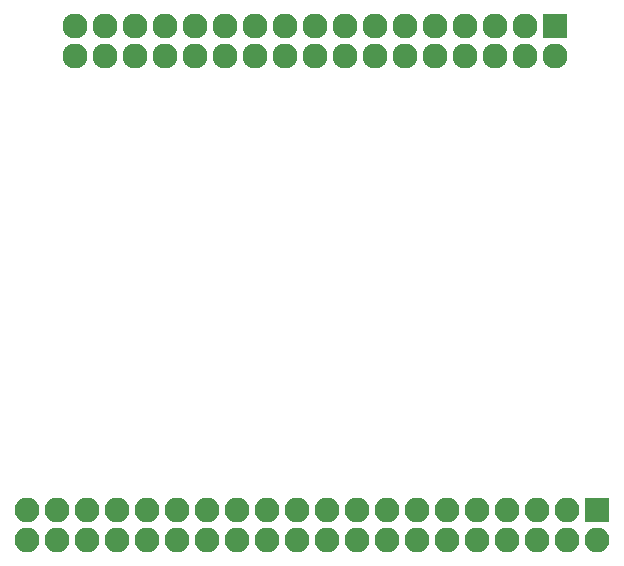
<source format=gbr>
G04 #@! TF.FileFunction,Soldermask,Top*
%FSLAX46Y46*%
G04 Gerber Fmt 4.6, Leading zero omitted, Abs format (unit mm)*
G04 Created by KiCad (PCBNEW 4.0.7) date 01/21/18 21:35:54*
%MOMM*%
%LPD*%
G01*
G04 APERTURE LIST*
%ADD10C,0.100000*%
%ADD11R,2.100000X2.100000*%
%ADD12O,2.100000X2.100000*%
%ADD13R,2.127200X2.127200*%
%ADD14O,2.127200X2.127200*%
G04 APERTURE END LIST*
D10*
D11*
X166116000Y-88011000D03*
D12*
X166116000Y-90551000D03*
X163576000Y-88011000D03*
X163576000Y-90551000D03*
X161036000Y-88011000D03*
X161036000Y-90551000D03*
X158496000Y-88011000D03*
X158496000Y-90551000D03*
X155956000Y-88011000D03*
X155956000Y-90551000D03*
X153416000Y-88011000D03*
X153416000Y-90551000D03*
X150876000Y-88011000D03*
X150876000Y-90551000D03*
X148336000Y-88011000D03*
X148336000Y-90551000D03*
X145796000Y-88011000D03*
X145796000Y-90551000D03*
X143256000Y-88011000D03*
X143256000Y-90551000D03*
X140716000Y-88011000D03*
X140716000Y-90551000D03*
X138176000Y-88011000D03*
X138176000Y-90551000D03*
X135636000Y-88011000D03*
X135636000Y-90551000D03*
X133096000Y-88011000D03*
X133096000Y-90551000D03*
X130556000Y-88011000D03*
X130556000Y-90551000D03*
X128016000Y-88011000D03*
X128016000Y-90551000D03*
X125476000Y-88011000D03*
X125476000Y-90551000D03*
X122936000Y-88011000D03*
X122936000Y-90551000D03*
X120396000Y-88011000D03*
X120396000Y-90551000D03*
X117856000Y-88011000D03*
X117856000Y-90551000D03*
D13*
X162560000Y-46990000D03*
D14*
X162560000Y-49530000D03*
X160020000Y-46990000D03*
X160020000Y-49530000D03*
X157480000Y-46990000D03*
X157480000Y-49530000D03*
X154940000Y-46990000D03*
X154940000Y-49530000D03*
X152400000Y-46990000D03*
X152400000Y-49530000D03*
X149860000Y-46990000D03*
X149860000Y-49530000D03*
X147320000Y-46990000D03*
X147320000Y-49530000D03*
X144780000Y-46990000D03*
X144780000Y-49530000D03*
X142240000Y-46990000D03*
X142240000Y-49530000D03*
X139700000Y-46990000D03*
X139700000Y-49530000D03*
X137160000Y-46990000D03*
X137160000Y-49530000D03*
X134620000Y-46990000D03*
X134620000Y-49530000D03*
X132080000Y-46990000D03*
X132080000Y-49530000D03*
X129540000Y-46990000D03*
X129540000Y-49530000D03*
X127000000Y-46990000D03*
X127000000Y-49530000D03*
X124460000Y-46990000D03*
X124460000Y-49530000D03*
X121920000Y-46990000D03*
X121920000Y-49530000D03*
M02*

</source>
